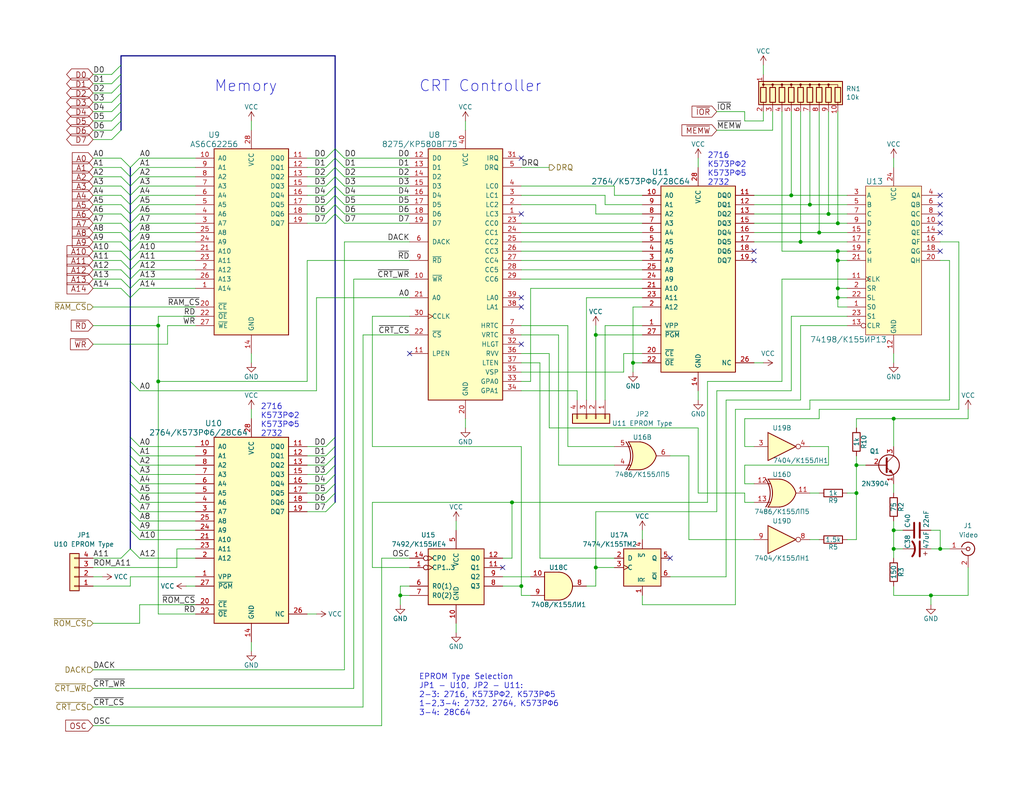
<source format=kicad_sch>
(kicad_sch (version 20211123) (generator eeschema)
  (paper "USLetter")
  (title_block (title "Radio-86RK") (date "2023-12-09") (rev "1.4") (company "Designed by Sergey Kiselev") (comment 1 "Based on the previous work by Alexey Khudyakov and Radio magazine publications") (comment 2 "Licensed under CERN-OHL-S: https://cern-ohl.web.cern.ch") (comment 3 "Documentation and design files: https://github.com/skiselev/radio-86rk") (comment 4 "Radio-86RK is an open source hardware project"))
  (lib_symbols
    (symbol "74xx:74LS04"
      (property "Reference" "U" (at 0 1.27 0))
      (property "Value" "74LS04" (at 0 -1.27 0))
      (symbol "74LS04_1_0"
        (pin input line (at -7.62 0 0) (length 3.81) (name "~") (number "1"))
        (pin output inverted (at 7.62 0 180) (length 3.81) (name "~") (number "2"))
      )
      (symbol "74LS04_2_0"
        (pin input line (at -7.62 0 0) (length 3.81) (name "~") (number "3"))
        (pin output inverted (at 7.62 0 180) (length 3.81) (name "~") (number "4"))
      )
      (symbol "74LS04_3_0"
        (pin input line (at -7.62 0 0) (length 3.81) (name "~") (number "5"))
        (pin output inverted (at 7.62 0 180) (length 3.81) (name "~") (number "6"))
      )
      (symbol "74LS04_4_0"
        (pin output inverted (at 7.62 0 180) (length 3.81) (name "~") (number "8"))
        (pin input line (at -7.62 0 0) (length 3.81) (name "~") (number "9"))
      )
      (symbol "74LS04_5_0"
        (pin output inverted (at 7.62 0 180) (length 3.81) (name "~") (number "10"))
        (pin input line (at -7.62 0 0) (length 3.81) (name "~") (number "11"))
      )
      (symbol "74LS04_6_0"
        (pin output inverted (at 7.62 0 180) (length 3.81) (name "~") (number "12"))
        (pin input line (at -7.62 0 0) (length 3.81) (name "~") (number "13"))
      )
      (symbol "74LS04_7_0"
        (pin power_in line (at 0 12.7 270) (length 5.08) (name "VCC") (number "14"))
        (pin power_in line (at 0 -12.7 90) (length 5.08) (name "GND") (number "7"))
      )
    )
    (symbol "74xx:74LS08" (pin_names (offset 1.016))
      (property "Reference" "U" (at 0 1.27 0))
      (property "Value" "74LS08" (at 0 -1.27 0))
      (symbol "74LS08_1_1"
        (pin input line (at -7.62 2.54 0) (length 3.81) (name "~") (number "1"))
        (pin input line (at -7.62 -2.54 0) (length 3.81) (name "~") (number "2"))
        (pin output line (at 7.62 0 180) (length 3.81) (name "~") (number "3"))
      )
      (symbol "74LS08_1_2"
        (pin input inverted (at -7.62 2.54 0) (length 4.318) (name "~") (number "1"))
        (pin input inverted (at -7.62 -2.54 0) (length 4.318) (name "~") (number "2"))
        (pin output inverted (at 7.62 0 180) (length 3.81) (name "~") (number "3"))
      )
      (symbol "74LS08_2_1"
        (pin input line (at -7.62 2.54 0) (length 3.81) (name "~") (number "4"))
        (pin input line (at -7.62 -2.54 0) (length 3.81) (name "~") (number "5"))
        (pin output line (at 7.62 0 180) (length 3.81) (name "~") (number "6"))
      )
      (symbol "74LS08_2_2"
        (pin input inverted (at -7.62 2.54 0) (length 4.318) (name "~") (number "4"))
        (pin input inverted (at -7.62 -2.54 0) (length 4.318) (name "~") (number "5"))
        (pin output inverted (at 7.62 0 180) (length 3.81) (name "~") (number "6"))
      )
      (symbol "74LS08_3_1"
        (pin input line (at -7.62 -2.54 0) (length 3.81) (name "~") (number "10"))
        (pin output line (at 7.62 0 180) (length 3.81) (name "~") (number "8"))
        (pin input line (at -7.62 2.54 0) (length 3.81) (name "~") (number "9"))
      )
      (symbol "74LS08_3_2"
        (pin input inverted (at -7.62 -2.54 0) (length 4.318) (name "~") (number "10"))
        (pin output inverted (at 7.62 0 180) (length 3.81) (name "~") (number "8"))
        (pin input inverted (at -7.62 2.54 0) (length 4.318) (name "~") (number "9"))
      )
      (symbol "74LS08_4_1"
        (pin output line (at 7.62 0 180) (length 3.81) (name "~") (number "11"))
        (pin input line (at -7.62 2.54 0) (length 3.81) (name "~") (number "12"))
        (pin input line (at -7.62 -2.54 0) (length 3.81) (name "~") (number "13"))
      )
      (symbol "74LS08_4_2"
        (pin output inverted (at 7.62 0 180) (length 3.81) (name "~") (number "11"))
        (pin input inverted (at -7.62 2.54 0) (length 4.318) (name "~") (number "12"))
        (pin input inverted (at -7.62 -2.54 0) (length 4.318) (name "~") (number "13"))
      )
      (symbol "74LS08_5_0"
        (pin power_in line (at 0 12.7 270) (length 5.08) (name "VCC") (number "14"))
        (pin power_in line (at 0 -12.7 90) (length 5.08) (name "GND") (number "7"))
      )
    )
    (symbol "74xx:74LS74" (pin_names (offset 1.016))
      (property "Reference" "U" (at -7.62 8.89 0))
      (property "Value" "74LS74" (at -7.62 -8.89 0))
      (symbol "74LS74_1_0"
        (pin input line (at 0 -7.62 90) (length 2.54) (name "~{R}") (number "1"))
        (pin input line (at -7.62 2.54 0) (length 2.54) (name "D") (number "2"))
        (pin input clock (at -7.62 0 0) (length 2.54) (name "C") (number "3"))
        (pin input line (at 0 7.62 270) (length 2.54) (name "~{S}") (number "4"))
        (pin output line (at 7.62 2.54 180) (length 2.54) (name "Q") (number "5"))
        (pin output line (at 7.62 -2.54 180) (length 2.54) (name "~{Q}") (number "6"))
      )
      (symbol "74LS74_2_0"
        (pin input line (at 0 7.62 270) (length 2.54) (name "~{S}") (number "10"))
        (pin input clock (at -7.62 0 0) (length 2.54) (name "C") (number "11"))
        (pin input line (at -7.62 2.54 0) (length 2.54) (name "D") (number "12"))
        (pin input line (at 0 -7.62 90) (length 2.54) (name "~{R}") (number "13"))
        (pin output line (at 7.62 -2.54 180) (length 2.54) (name "~{Q}") (number "8"))
        (pin output line (at 7.62 2.54 180) (length 2.54) (name "Q") (number "9"))
      )
      (symbol "74LS74_3_0"
        (pin power_in line (at 0 10.16 270) (length 2.54) (name "VCC") (number "14"))
        (pin power_in line (at 0 -10.16 90) (length 2.54) (name "GND") (number "7"))
      )
    )
    (symbol "74xx:74LS86" (pin_names (offset 1.016))
      (property "Reference" "U" (at 0 1.27 0))
      (property "Value" "74LS86" (at 0 -1.27 0))
      (symbol "74LS86_1_0"
        (pin input line (at -7.62 2.54 0) (length 4.445) (name "~") (number "1"))
        (pin input line (at -7.62 -2.54 0) (length 4.445) (name "~") (number "2"))
        (pin output line (at 7.62 0 180) (length 3.81) (name "~") (number "3"))
      )
      (symbol "74LS86_2_0"
        (pin input line (at -7.62 2.54 0) (length 4.445) (name "~") (number "4"))
        (pin input line (at -7.62 -2.54 0) (length 4.445) (name "~") (number "5"))
        (pin output line (at 7.62 0 180) (length 3.81) (name "~") (number "6"))
      )
      (symbol "74LS86_3_0"
        (pin input line (at -7.62 -2.54 0) (length 4.445) (name "~") (number "10"))
        (pin output line (at 7.62 0 180) (length 3.81) (name "~") (number "8"))
        (pin input line (at -7.62 2.54 0) (length 4.445) (name "~") (number "9"))
      )
      (symbol "74LS86_4_0"
        (pin output line (at 7.62 0 180) (length 3.81) (name "~") (number "11"))
        (pin input line (at -7.62 2.54 0) (length 4.445) (name "~") (number "12"))
        (pin input line (at -7.62 -2.54 0) (length 4.445) (name "~") (number "13"))
      )
      (symbol "74LS86_5_0"
        (pin power_in line (at 0 12.7 270) (length 5.08) (name "VCC") (number "14"))
        (pin power_in line (at 0 -12.7 90) (length 5.08) (name "GND") (number "7"))
      )
    )
    (symbol "74xx:74LS92" (pin_names (offset 1.016))
      (property "Reference" "U" (at -7.62 8.89 0))
      (property "Value" "74LS92" (at -7.62 -8.89 0))
      (symbol "74LS92_1_0"
        (pin input inverted_clock (at -12.7 2.54 0) (length 5.08) (name "CP1..3") (number "1"))
        (pin power_in line (at 0 -12.7 90) (length 5.08) (name "GND") (number "10"))
        (pin output line (at 12.7 2.54 180) (length 5.08) (name "Q1") (number "11"))
        (pin output line (at 12.7 5.08 180) (length 5.08) (name "Q0") (number "12"))
        (pin input inverted_clock (at -12.7 5.08 0) (length 5.08) (name "CP0") (number "14"))
        (pin power_in line (at 0 12.7 270) (length 5.08) (name "VCC") (number "5"))
        (pin input line (at -12.7 -2.54 0) (length 5.08) (name "R0(1)") (number "6"))
        (pin input line (at -12.7 -5.08 0) (length 5.08) (name "R0(2)") (number "7"))
        (pin output line (at 12.7 -2.54 180) (length 5.08) (name "Q3") (number "8"))
        (pin output line (at 12.7 0 180) (length 5.08) (name "Q2") (number "9"))
      )
    )
    (symbol "Connector:Conn_Coaxial" (pin_names (offset 1.016) hide)
      (property "Reference" "J" (at 0.254 3.048 0))
      (property "Value" "Conn_Coaxial" (at 2.921 0 90))
      (symbol "Conn_Coaxial_1_1"
        (pin passive line (at -5.08 0 0) (length 2.54) (name "In") (number "1"))
        (pin passive line (at 0 -5.08 90) (length 2.54) (name "Ext") (number "2"))
      )
    )
    (symbol "Connector_Generic:Conn_01x04" (pin_names (offset 1.016) hide)
      (property "Reference" "J" (at 0 5.08 0))
      (property "Value" "Conn_01x04" (at 0 -7.62 0))
      (symbol "Conn_01x04_1_1"
        (pin passive line (at -5.08 2.54 0) (length 3.81) (name "Pin_1") (number "1"))
        (pin passive line (at -5.08 0 0) (length 3.81) (name "Pin_2") (number "2"))
        (pin passive line (at -5.08 -2.54 0) (length 3.81) (name "Pin_3") (number "3"))
        (pin passive line (at -5.08 -5.08 0) (length 3.81) (name "Pin_4") (number "4"))
      )
    )
    (symbol "Device:C" (pin_numbers hide) (pin_names (offset 0.254))
      (property "Reference" "C" (at 0.635 2.54 0))
      (property "Value" "C" (at 0.635 -2.54 0))
      (symbol "C_1_1"
        (pin passive line (at 0 3.81 270) (length 2.794) (name "~") (number "1"))
        (pin passive line (at 0 -3.81 90) (length 2.794) (name "~") (number "2"))
      )
    )
    (symbol "Device:C_Polarized_US" (pin_numbers hide) (pin_names (offset 0.254) hide)
      (property "Reference" "C" (at 0.635 2.54 0))
      (property "Value" "C_Polarized_US" (at 0.635 -2.54 0))
      (symbol "C_Polarized_US_1_1"
        (pin passive line (at 0 3.81 270) (length 2.794) (name "~") (number "1"))
        (pin passive line (at 0 -3.81 90) (length 3.302) (name "~") (number "2"))
      )
    )
    (symbol "Device:Q_NPN_EBC" (pin_names (offset 0) hide)
      (property "Reference" "Q" (at 5.08 1.27 0))
      (property "Value" "Q_NPN_EBC" (at 5.08 -1.27 0))
      (symbol "Q_NPN_EBC_1_1"
        (pin passive line (at 2.54 -5.08 90) (length 2.54) (name "E") (number "1"))
        (pin passive line (at -5.08 0 0) (length 5.715) (name "B") (number "2"))
        (pin passive line (at 2.54 5.08 270) (length 2.54) (name "C") (number "3"))
      )
    )
    (symbol "Device:R" (pin_numbers hide) (pin_names (offset 0))
      (property "Reference" "R" (at 2.032 0 90))
      (property "Value" "R" (at 0 0 90))
      (symbol "R_1_1"
        (pin passive line (at 0 3.81 270) (length 1.27) (name "~") (number "1"))
        (pin passive line (at 0 -3.81 90) (length 1.27) (name "~") (number "2"))
      )
    )
    (symbol "Device:R_Network09" (pin_names (offset 0) hide)
      (property "Reference" "RN" (at -12.7 0 90))
      (property "Value" "R_Network09" (at 12.7 0 90))
      (symbol "R_Network09_1_1"
        (pin passive line (at -10.16 5.08 270) (length 2.54) (name "common") (number "1"))
        (pin passive line (at 10.16 -5.08 90) (length 1.27) (name "R9") (number "10"))
        (pin passive line (at -10.16 -5.08 90) (length 1.27) (name "R1") (number "2"))
        (pin passive line (at -7.62 -5.08 90) (length 1.27) (name "R2") (number "3"))
        (pin passive line (at -5.08 -5.08 90) (length 1.27) (name "R3") (number "4"))
        (pin passive line (at -2.54 -5.08 90) (length 1.27) (name "R4") (number "5"))
        (pin passive line (at 0 -5.08 90) (length 1.27) (name "R5") (number "6"))
        (pin passive line (at 2.54 -5.08 90) (length 1.27) (name "R6") (number "7"))
        (pin passive line (at 5.08 -5.08 90) (length 1.27) (name "R7") (number "8"))
        (pin passive line (at 7.62 -5.08 90) (length 1.27) (name "R8") (number "9"))
      )
    )
    (symbol "my_components:27C64" (pin_names (offset 1.016))
      (property "Reference" "U" (at -10.16 29.21 0))
      (property "Value" "27C64" (at -10.16 26.67 0))
      (symbol "27C64_1_1"
        (pin input line (at -15.24 -12.7 0) (length 5.08) (name "VPP") (number "1"))
        (pin input line (at -15.24 22.86 0) (length 5.08) (name "A0") (number "10"))
        (pin bidirectional line (at 15.24 22.86 180) (length 5.08) (name "DQ0") (number "11"))
        (pin bidirectional line (at 15.24 20.32 180) (length 5.08) (name "DQ1") (number "12"))
        (pin bidirectional line (at 15.24 17.78 180) (length 5.08) (name "DQ2") (number "13"))
        (pin power_in line (at 0 -30.48 90) (length 5.08) (name "GND") (number "14"))
        (pin bidirectional line (at 15.24 15.24 180) (length 5.08) (name "DQ3") (number "15"))
        (pin bidirectional line (at 15.24 12.7 180) (length 5.08) (name "DQ4") (number "16"))
        (pin bidirectional line (at 15.24 10.16 180) (length 5.08) (name "DQ5") (number "17"))
        (pin bidirectional line (at 15.24 7.62 180) (length 5.08) (name "DQ6") (number "18"))
        (pin bidirectional line (at 15.24 5.08 180) (length 5.08) (name "DQ7") (number "19"))
        (pin input line (at -15.24 -7.62 0) (length 5.08) (name "A12") (number "2"))
        (pin input line (at -15.24 -20.32 0) (length 5.08) (name "~{CE}") (number "20"))
        (pin input line (at -15.24 -2.54 0) (length 5.08) (name "A10") (number "21"))
        (pin input line (at -15.24 -22.86 0) (length 5.08) (name "~{OE}") (number "22"))
        (pin input line (at -15.24 -5.08 0) (length 5.08) (name "A11") (number "23"))
        (pin input line (at -15.24 0 0) (length 5.08) (name "A9") (number "24"))
        (pin input line (at -15.24 2.54 0) (length 5.08) (name "A8") (number "25"))
        (pin passive line (at 15.24 -22.86 180) (length 5.04) (name "NC") (number "26"))
        (pin input line (at -15.24 -15.24 0) (length 5.08) (name "~{PGM}") (number "27"))
        (pin power_in line (at 0 30.48 270) (length 5.08) (name "VCC") (number "28"))
        (pin input line (at -15.24 5.08 0) (length 5.08) (name "A7") (number "3"))
        (pin input line (at -15.24 7.62 0) (length 5.08) (name "A6") (number "4"))
        (pin input line (at -15.24 10.16 0) (length 5.08) (name "A5") (number "5"))
        (pin input line (at -15.24 12.7 0) (length 5.08) (name "A4") (number "6"))
        (pin input line (at -15.24 15.24 0) (length 5.08) (name "A3") (number "7"))
        (pin input line (at -15.24 17.78 0) (length 5.08) (name "A2") (number "8"))
        (pin input line (at -15.24 20.32 0) (length 5.08) (name "A1") (number "9"))
      )
    )
    (symbol "my_components:74198" (pin_names (offset 0.254))
      (property "Reference" "U" (at -7.62 24.13 0))
      (property "Value" "74198" (at -7.62 21.59 0))
      (symbol "74198_0_0"
        (pin power_in line (at 0 -25.4 90) (length 5.08) (name "GND") (number "12"))
      )
      (symbol "74198_0_1"
        (pin power_in line (at 0 25.4 270) (length 5.08) (name "VCC") (number "24"))
      )
      (symbol "74198_1_1"
        (pin input line (at -12.7 -12.7 0) (length 5.08) (name "S0") (number "1"))
        (pin output line (at 12.7 10.16 180) (length 5.08) (name "QD") (number "10"))
        (pin input clock (at -12.7 -5.08 0) (length 5.08) (name "CLK") (number "11"))
        (pin input inverted (at -12.7 -17.78 0) (length 5.08) (name "CLR") (number "13"))
        (pin output line (at 12.7 7.62 180) (length 5.08) (name "QE") (number "14"))
        (pin input line (at -12.7 7.62 0) (length 5.08) (name "E") (number "15"))
        (pin output line (at 12.7 5.08 180) (length 5.08) (name "QF") (number "16"))
        (pin input line (at -12.7 5.08 0) (length 5.08) (name "F") (number "17"))
        (pin output line (at 12.7 2.54 180) (length 5.08) (name "QG") (number "18"))
        (pin input line (at -12.7 2.54 0) (length 5.08) (name "G") (number "19"))
        (pin input line (at -12.7 -7.62 0) (length 5.08) (name "SR") (number "2"))
        (pin output line (at 12.7 0 180) (length 5.08) (name "QH") (number "20"))
        (pin input line (at -12.7 0 0) (length 5.08) (name "H") (number "21"))
        (pin input line (at -12.7 -10.16 0) (length 5.08) (name "SL") (number "22"))
        (pin input line (at -12.7 -15.24 0) (length 5.08) (name "S1") (number "23"))
        (pin input line (at -12.7 17.78 0) (length 5.08) (name "A") (number "3"))
        (pin output line (at 12.7 17.78 180) (length 5.08) (name "QA") (number "4"))
        (pin input line (at -12.7 15.24 0) (length 5.08) (name "B") (number "5"))
        (pin output line (at 12.7 15.24 180) (length 5.08) (name "QB") (number "6"))
        (pin input line (at -12.7 12.7 0) (length 5.08) (name "C") (number "7"))
        (pin output line (at 12.7 12.7 180) (length 5.08) (name "QC") (number "8"))
        (pin input line (at -12.7 10.16 0) (length 5.08) (name "D") (number "9"))
      )
    )
    (symbol "my_components:8275" (pin_names (offset 1.016))
      (property "Reference" "U" (at -10.16 35.56 0))
      (property "Value" "8275" (at -10.16 -35.56 0))
      (symbol "8275_1_1"
        (pin output line (at 15.24 16.51 180) (length 5.08) (name "LC3") (number "1"))
        (pin input line (at -15.24 -1.27 0) (length 5.08) (name "~{WR}") (number "10"))
        (pin input line (at -15.24 -21.59 0) (length 5.08) (name "LPEN") (number "11"))
        (pin bidirectional line (at -15.24 31.75 0) (length 5.08) (name "D0") (number "12"))
        (pin bidirectional line (at -15.24 29.21 0) (length 5.08) (name "D1") (number "13"))
        (pin bidirectional line (at -15.24 26.67 0) (length 5.08) (name "D2") (number "14"))
        (pin bidirectional line (at -15.24 24.13 0) (length 5.08) (name "D3") (number "15"))
        (pin bidirectional line (at -15.24 21.59 0) (length 5.08) (name "D4") (number "16"))
        (pin bidirectional line (at -15.24 19.05 0) (length 5.08) (name "D5") (number "17"))
        (pin bidirectional line (at -15.24 16.51 0) (length 5.08) (name "D6") (number "18"))
        (pin bidirectional line (at -15.24 13.97 0) (length 5.08) (name "D7") (number "19"))
        (pin output line (at 15.24 19.05 180) (length 5.08) (name "LC2") (number "2"))
        (pin power_in line (at 0 -39.37 90) (length 5.08) (name "GND") (number "20"))
        (pin input line (at -15.24 -6.35 0) (length 5.08) (name "A0") (number "21"))
        (pin input line (at -15.24 -16.51 0) (length 5.08) (name "~{CS}") (number "22"))
        (pin output line (at 15.24 13.97 180) (length 5.08) (name "CC0") (number "23"))
        (pin output line (at 15.24 11.43 180) (length 5.08) (name "CC1") (number "24"))
        (pin output line (at 15.24 8.89 180) (length 5.08) (name "CC2") (number "25"))
        (pin tri_state line (at 15.24 6.35 180) (length 5.08) (name "CC3") (number "26"))
        (pin output line (at 15.24 3.81 180) (length 5.08) (name "CC4") (number "27"))
        (pin output line (at 15.24 1.27 180) (length 5.08) (name "CC5") (number "28"))
        (pin output line (at 15.24 -1.27 180) (length 5.08) (name "CC6") (number "29"))
        (pin output line (at 15.24 21.59 180) (length 5.08) (name "LC1") (number "3"))
        (pin input clock (at -15.24 -11.43 0) (length 5.08) (name "CCLK") (number "30"))
        (pin output line (at 15.24 31.75 180) (length 5.08) (name "IRQ") (number "31"))
        (pin output line (at 15.24 -19.05 180) (length 5.08) (name "HLGT") (number "32"))
        (pin output line (at 15.24 -29.21 180) (length 5.08) (name "GPA0") (number "33"))
        (pin output line (at 15.24 -31.75 180) (length 5.08) (name "GPA1") (number "34"))
        (pin output line (at 15.24 -26.67 180) (length 5.08) (name "VSP") (number "35"))
        (pin output line (at 15.24 -21.59 180) (length 5.08) (name "RVV") (number "36"))
        (pin output line (at 15.24 -24.13 180) (length 5.08) (name "LTEN") (number "37"))
        (pin output line (at 15.24 -8.89 180) (length 5.08) (name "LA1") (number "38"))
        (pin output line (at 15.24 -6.35 180) (length 5.08) (name "LA0") (number "39"))
        (pin output line (at 15.24 24.13 180) (length 5.08) (name "LC0") (number "4"))
        (pin power_in line (at 0 39.37 270) (length 5.08) (name "VCC") (number "40"))
        (pin output line (at 15.24 29.21 180) (length 5.08) (name "DRQ") (number "5"))
        (pin input line (at -15.24 8.89 0) (length 5.08) (name "DACK") (number "6"))
        (pin output line (at 15.24 -13.97 180) (length 5.08) (name "HRTC") (number "7"))
        (pin output line (at 15.24 -16.51 180) (length 5.08) (name "VRTC") (number "8"))
        (pin input line (at -15.24 3.81 0) (length 5.08) (name "~{RD}") (number "9"))
      )
    )
    (symbol "my_components:AS6C62256" (pin_names (offset 1.016))
      (property "Reference" "U" (at -10.16 26.67 0))
      (property "Value" "AS6C62256" (at -10.16 -26.67 0))
      (symbol "AS6C62256_1_1"
        (pin input line (at -15.24 -12.7 0) (length 5.08) (name "A14") (number "1"))
        (pin input line (at -15.24 22.86 0) (length 5.08) (name "A0") (number "10"))
        (pin bidirectional line (at 15.24 22.86 180) (length 5.08) (name "DQ0") (number "11"))
        (pin bidirectional line (at 15.24 20.32 180) (length 5.08) (name "DQ1") (number "12"))
        (pin bidirectional line (at 15.24 17.78 180) (length 5.08) (name "DQ2") (number "13"))
        (pin power_in line (at 0 -30.48 90) (length 5.08) (name "GND") (number "14"))
        (pin bidirectional line (at 15.24 15.24 180) (length 5.08) (name "DQ3") (number "15"))
        (pin bidirectional line (at 15.24 12.7 180) (length 5.08) (name "DQ4") (number "16"))
        (pin bidirectional line (at 15.24 10.16 180) (length 5.08) (name "DQ5") (number "17"))
        (pin bidirectional line (at 15.24 7.62 180) (length 5.08) (name "DQ6") (number "18"))
        (pin bidirectional line (at 15.24 5.08 180) (length 5.08) (name "DQ7") (number "19"))
        (pin input line (at -15.24 -7.62 0) (length 5.08) (name "A12") (number "2"))
        (pin input line (at -15.24 -17.78 0) (length 5.08) (name "~{CE}") (number "20"))
        (pin input line (at -15.24 -2.54 0) (length 5.08) (name "A10") (number "21"))
        (pin input line (at -15.24 -20.32 0) (length 5.08) (name "~{OE}") (number "22"))
        (pin input line (at -15.24 -5.08 0) (length 5.08) (name "A11") (number "23"))
        (pin input line (at -15.24 0 0) (length 5.08) (name "A9") (number "24"))
        (pin input line (at -15.24 2.54 0) (length 5.08) (name "A8") (number "25"))
        (pin input line (at -15.24 -10.16 0) (length 5.08) (name "A13") (number "26"))
        (pin input line (at -15.24 -22.86 0) (length 5.08) (name "~{WE}") (number "27"))
        (pin power_in line (at 0 30.48 270) (length 5.08) (name "VCC") (number "28"))
        (pin input line (at -15.24 5.08 0) (length 5.08) (name "A7") (number "3"))
        (pin input line (at -15.24 7.62 0) (length 5.08) (name "A6") (number "4"))
        (pin input line (at -15.24 10.16 0) (length 5.08) (name "A5") (number "5"))
        (pin input line (at -15.24 12.7 0) (length 5.08) (name "A4") (number "6"))
        (pin input line (at -15.24 15.24 0) (length 5.08) (name "A3") (number "7"))
        (pin input line (at -15.24 17.78 0) (length 5.08) (name "A2") (number "8"))
        (pin input line (at -15.24 20.32 0) (length 5.08) (name "A1") (number "9"))
      )
    )
    (symbol "power:GND" (power) (pin_names (offset 0))
      (property "Value" "GND" (at 0 -3.81 0))
      (symbol "GND_1_1"
        (pin power_in line (at 0 0 270) (length 0) hide (name "GND") (number "1"))
      )
    )
    (symbol "power:VCC" (power) (pin_names (offset 0))
      (property "Value" "VCC" (at 0 3.81 0))
      (symbol "VCC_1_1"
        (pin power_in line (at 0 0 90) (length 0) hide (name "VCC") (number "1"))
      )
    )
  )
  (junction (at 215.9 53.34))
  (junction (at 162.56 154.94))
  (junction (at 109.22 162.56))
  (junction (at 218.44 66.04))
  (junction (at 233.68 127))
  (junction (at 228.6 71.12))
  (junction (at 228.6 81.28))
  (junction (at 162.56 91.44))
  (junction (at 243.84 114.3))
  (junction (at 243.84 144.78))
  (junction (at 228.6 60.96))
  (junction (at 228.6 78.74))
  (junction (at 223.52 63.5))
  (junction (at 142.24 160.02))
  (junction (at 226.06 58.42))
  (junction (at 233.68 134.62))
  (junction (at 43.18 104.14))
  (junction (at 172.72 99.06))
  (junction (at 43.18 88.9))
  (junction (at 243.84 149.86))
  (junction (at 139.7 137.16))
  (junction (at 256.54 149.86))
  (junction (at 254 162.56))
  (junction (at 220.98 55.88))
  (junction (at 228.6 68.58))
  (no_connect (at 256.54 63.5))
  (no_connect (at 142.24 93.98))
  (no_connect (at 256.54 68.58))
  (no_connect (at 137.16 154.94))
  (no_connect (at 142.24 81.28))
  (no_connect (at 256.54 58.42))
  (no_connect (at 142.24 58.42))
  (no_connect (at 256.54 60.96))
  (no_connect (at 111.76 96.52))
  (no_connect (at 142.24 43.18))
  (no_connect (at 256.54 53.34))
  (no_connect (at 256.54 55.88))
  (no_connect (at 205.74 68.58))
  (no_connect (at 142.24 83.82))
  (no_connect (at 205.74 71.12))
  (no_connect (at 182.88 152.4))
  (bus_entry (at 38.1 132.08) (size -2.54 -2.54))
  (bus_entry (at 38.1 152.4) (size -2.54 -2.54))
  (bus_entry (at 38.1 48.26) (size -2.54 2.54))
  (bus_entry (at 38.1 50.8) (size -2.54 2.54))
  (bus_entry (at 38.1 71.12) (size -2.54 2.54))
  (bus_entry (at 38.1 45.72) (size -2.54 2.54))
  (bus_entry (at 33.02 43.18) (size 2.54 2.54))
  (bus_entry (at 38.1 58.42) (size -2.54 2.54))
  (bus_entry (at 33.02 58.42) (size 2.54 2.54))
  (bus_entry (at 38.1 76.2) (size -2.54 2.54))
  (bus_entry (at 38.1 124.46) (size -2.54 -2.54))
  (bus_entry (at 35.56 149.86) (size -2.54 2.54))
  (bus_entry (at 88.9 58.42) (size 2.54 -2.54))
  (bus_entry (at 33.02 60.96) (size 2.54 2.54))
  (bus_entry (at 38.1 129.54) (size -2.54 -2.54))
  (bus_entry (at 88.9 132.08) (size 2.54 -2.54))
  (bus_entry (at 38.1 137.16) (size -2.54 -2.54))
  (bus_entry (at 38.1 147.32) (size -2.54 -2.54))
  (bus_entry (at 88.9 50.8) (size 2.54 -2.54))
  (bus_entry (at 93.98 48.26) (size -2.54 -2.54))
  (bus_entry (at 38.1 134.62) (size -2.54 -2.54))
  (bus_entry (at 38.1 60.96) (size -2.54 2.54))
  (bus_entry (at 33.02 73.66) (size 2.54 2.54))
  (bus_entry (at 38.1 53.34) (size -2.54 2.54))
  (bus_entry (at 93.98 58.42) (size -2.54 -2.54))
  (bus_entry (at 88.9 45.72) (size 2.54 -2.54))
  (bus_entry (at 33.02 78.74) (size 2.54 2.54))
  (bus_entry (at 38.1 68.58) (size -2.54 2.54))
  (bus_entry (at 33.02 55.88) (size 2.54 2.54))
  (bus_entry (at 88.9 129.54) (size 2.54 -2.54))
  (bus_entry (at 88.9 127) (size 2.54 -2.54))
  (bus_entry (at 33.02 66.04) (size 2.54 2.54))
  (bus_entry (at 88.9 139.7) (size 2.54 -2.54))
  (bus_entry (at 93.98 43.18) (size -2.54 -2.54))
  (bus_entry (at 33.02 48.26) (size 2.54 2.54))
  (bus_entry (at 30.48 33.02) (size 2.54 -2.54))
  (bus_entry (at 88.9 43.18) (size 2.54 -2.54))
  (bus_entry (at 30.48 38.1) (size 2.54 -2.54))
  (bus_entry (at 88.9 134.62) (size 2.54 -2.54))
  (bus_entry (at 38.1 121.92) (size -2.54 -2.54))
  (bus_entry (at 38.1 43.18) (size -2.54 2.54))
  (bus_entry (at 30.48 27.94) (size 2.54 -2.54))
  (bus_entry (at 38.1 139.7) (size -2.54 -2.54))
  (bus_entry (at 33.02 63.5) (size 2.54 2.54))
  (bus_entry (at 30.48 25.4) (size 2.54 -2.54))
  (bus_entry (at 38.1 144.78) (size -2.54 -2.54))
  (bus_entry (at 38.1 142.24) (size -2.54 -2.54))
  (bus_entry (at 93.98 60.96) (size -2.54 -2.54))
  (bus_entry (at 38.1 63.5) (size -2.54 2.54))
  (bus_entry (at 93.98 53.34) (size -2.54 -2.54))
  (bus_entry (at 33.02 53.34) (size 2.54 2.54))
  (bus_entry (at 38.1 55.88) (size -2.54 2.54))
  (bus_entry (at 38.1 66.04) (size -2.54 2.54))
  (bus_entry (at 33.02 45.72) (size 2.54 2.54))
  (bus_entry (at 30.48 20.32) (size 2.54 -2.54))
  (bus_entry (at 93.98 50.8) (size -2.54 -2.54))
  (bus_entry (at 38.1 127) (size -2.54 -2.54))
  (bus_entry (at 38.1 78.74) (size -2.54 2.54))
  (bus_entry (at 30.48 22.86) (size 2.54 -2.54))
  (bus_entry (at 33.02 76.2) (size 2.54 2.54))
  (bus_entry (at 88.9 53.34) (size 2.54 -2.54))
  (bus_entry (at 33.02 71.12) (size 2.54 2.54))
  (bus_entry (at 33.02 68.58) (size 2.54 2.54))
  (bus_entry (at 93.98 55.88) (size -2.54 -2.54))
  (bus_entry (at 88.9 55.88) (size 2.54 -2.54))
  (bus_entry (at 93.98 45.72) (size -2.54 -2.54))
  (bus_entry (at 30.48 30.48) (size 2.54 -2.54))
  (bus_entry (at 30.48 35.56) (size 2.54 -2.54))
  (bus_entry (at 88.9 121.92) (size 2.54 -2.54))
  (bus_entry (at 88.9 124.46) (size 2.54 -2.54))
  (bus_entry (at 35.56 104.14) (size 2.54 2.54))
  (bus_entry (at 38.1 73.66) (size -2.54 2.54))
  (bus_entry (at 33.02 50.8) (size 2.54 2.54))
  (bus_entry (at 88.9 60.96) (size 2.54 -2.54))
  (bus_entry (at 88.9 48.26) (size 2.54 -2.54))
  (bus_entry (at 88.9 137.16) (size 2.54 -2.54))
  (wire (pts (xy 111.76 55.88) (xy 93.98 55.88)))
  (wire (pts (xy 33.02 66.04) (xy 25.4 66.04)))
  (wire (pts (xy 25.4 93.98) (xy 45.72 93.98)))
  (wire (pts (xy 203.2 137.16) (xy 205.74 137.16)))
  (bus (pts (xy 35.56 119.38) (xy 35.56 121.92)))
  (wire (pts (xy 259.08 71.12) (xy 259.08 109.22)))
  (wire (pts (xy 127 33.02) (xy 127 35.56)))
  (bus (pts (xy 35.56 121.92) (xy 35.56 124.46)))
  (wire (pts (xy 35.56 157.48) (xy 35.56 160.02)))
  (wire (pts (xy 124.46 170.18) (xy 124.46 172.72)))
  (wire (pts (xy 243.84 132.08) (xy 243.84 134.62)))
  (bus (pts (xy 33.02 15.24) (xy 91.44 15.24)))
  (wire (pts (xy 33.02 68.58) (xy 25.4 68.58)))
  (bus (pts (xy 35.56 58.42) (xy 35.56 60.96)))
  (wire (pts (xy 226.06 30.48) (xy 226.06 58.42)))
  (wire (pts (xy 101.6 137.16) (xy 139.7 137.16)))
  (bus (pts (xy 91.44 121.92) (xy 91.44 124.46)))
  (wire (pts (xy 228.6 71.12) (xy 228.6 78.74)))
  (wire (pts (xy 25.4 152.4) (xy 33.02 152.4)))
  (wire (pts (xy 203.2 121.92) (xy 205.74 121.92)))
  (wire (pts (xy 109.22 160.02) (xy 109.22 162.56)))
  (wire (pts (xy 33.02 53.34) (xy 25.4 53.34)))
  (wire (pts (xy 190.5 116.84) (xy 190.5 134.62)))
  (wire (pts (xy 195.58 35.56) (xy 210.82 35.56)))
  (wire (pts (xy 99.06 91.44) (xy 111.76 91.44)))
  (wire (pts (xy 53.34 43.18) (xy 38.1 43.18)))
  (wire (pts (xy 165.1 55.88) (xy 175.26 55.88)))
  (wire (pts (xy 25.4 27.94) (xy 30.48 27.94)))
  (wire (pts (xy 35.56 160.02) (xy 25.4 160.02)))
  (wire (pts (xy 142.24 66.04) (xy 175.26 66.04)))
  (bus (pts (xy 91.44 124.46) (xy 91.44 127)))
  (wire (pts (xy 203.2 33.02) (xy 208.28 33.02)))
  (wire (pts (xy 220.98 55.88) (xy 231.14 55.88)))
  (wire (pts (xy 53.34 88.9) (xy 45.72 88.9)))
  (wire (pts (xy 154.94 121.92) (xy 154.94 88.9)))
  (bus (pts (xy 35.56 71.12) (xy 35.56 73.66)))
  (wire (pts (xy 243.84 149.86) (xy 243.84 152.4)))
  (wire (pts (xy 228.6 78.74) (xy 228.6 81.28)))
  (wire (pts (xy 243.84 144.78) (xy 243.84 149.86)))
  (wire (pts (xy 223.52 134.62) (xy 220.98 134.62)))
  (wire (pts (xy 68.58 111.76) (xy 68.58 114.3)))
  (bus (pts (xy 35.56 76.2) (xy 35.56 78.74)))
  (wire (pts (xy 175.26 162.56) (xy 175.26 165.1)))
  (wire (pts (xy 193.04 104.14) (xy 213.36 104.14)))
  (bus (pts (xy 91.44 45.72) (xy 91.44 48.26)))
  (wire (pts (xy 25.4 193.04) (xy 99.06 193.04)))
  (wire (pts (xy 96.52 76.2) (xy 111.76 76.2)))
  (wire (pts (xy 83.82 134.62) (xy 88.9 134.62)))
  (wire (pts (xy 162.56 58.42) (xy 175.26 58.42)))
  (bus (pts (xy 35.56 129.54) (xy 35.56 132.08)))
  (wire (pts (xy 243.84 160.02) (xy 243.84 162.56)))
  (wire (pts (xy 215.9 53.34) (xy 231.14 53.34)))
  (wire (pts (xy 233.68 147.32) (xy 231.14 147.32)))
  (wire (pts (xy 142.24 71.12) (xy 175.26 71.12)))
  (wire (pts (xy 165.1 53.34) (xy 165.1 55.88)))
  (wire (pts (xy 33.02 55.88) (xy 25.4 55.88)))
  (wire (pts (xy 124.46 142.24) (xy 124.46 144.78)))
  (wire (pts (xy 203.2 114.3) (xy 203.2 121.92)))
  (wire (pts (xy 198.12 109.22) (xy 198.12 157.48)))
  (wire (pts (xy 233.68 127) (xy 233.68 124.46)))
  (wire (pts (xy 33.02 76.2) (xy 25.4 76.2)))
  (wire (pts (xy 68.58 96.52) (xy 68.58 99.06)))
  (wire (pts (xy 53.34 167.64) (xy 43.18 167.64)))
  (wire (pts (xy 233.68 127) (xy 236.22 127)))
  (wire (pts (xy 213.36 68.58) (xy 213.36 30.48)))
  (wire (pts (xy 53.34 134.62) (xy 38.1 134.62)))
  (bus (pts (xy 91.44 50.8) (xy 91.44 53.34)))
  (wire (pts (xy 83.82 139.7) (xy 88.9 139.7)))
  (wire (pts (xy 205.74 63.5) (xy 223.52 63.5)))
  (wire (pts (xy 101.6 154.94) (xy 111.76 154.94)))
  (wire (pts (xy 144.78 78.74) (xy 144.78 104.14)))
  (wire (pts (xy 160.02 81.28) (xy 160.02 109.22)))
  (wire (pts (xy 53.34 60.96) (xy 38.1 60.96)))
  (wire (pts (xy 83.82 137.16) (xy 88.9 137.16)))
  (wire (pts (xy 162.56 91.44) (xy 162.56 109.22)))
  (wire (pts (xy 215.9 30.48) (xy 215.9 53.34)))
  (wire (pts (xy 228.6 60.96) (xy 231.14 60.96)))
  (wire (pts (xy 210.82 30.48) (xy 210.82 35.56)))
  (wire (pts (xy 228.6 68.58) (xy 231.14 68.58)))
  (wire (pts (xy 86.36 106.68) (xy 38.1 106.68)))
  (wire (pts (xy 111.76 45.72) (xy 93.98 45.72)))
  (wire (pts (xy 243.84 142.24) (xy 243.84 144.78)))
  (wire (pts (xy 83.82 129.54) (xy 88.9 129.54)))
  (wire (pts (xy 264.16 114.3) (xy 243.84 114.3)))
  (wire (pts (xy 256.54 71.12) (xy 259.08 71.12)))
  (bus (pts (xy 35.56 63.5) (xy 35.56 66.04)))
  (bus (pts (xy 91.44 134.62) (xy 91.44 137.16)))
  (bus (pts (xy 35.56 104.14) (xy 35.56 119.38)))
  (wire (pts (xy 142.24 68.58) (xy 175.26 68.58)))
  (wire (pts (xy 193.04 137.16) (xy 193.04 104.14)))
  (wire (pts (xy 243.84 149.86) (xy 246.38 149.86)))
  (wire (pts (xy 33.02 45.72) (xy 25.4 45.72)))
  (wire (pts (xy 137.16 152.4) (xy 139.7 152.4)))
  (bus (pts (xy 91.44 53.34) (xy 91.44 55.88)))
  (wire (pts (xy 104.14 152.4) (xy 111.76 152.4)))
  (wire (pts (xy 190.5 116.84) (xy 149.86 116.84)))
  (wire (pts (xy 33.02 48.26) (xy 25.4 48.26)))
  (wire (pts (xy 149.86 96.52) (xy 142.24 96.52)))
  (wire (pts (xy 111.76 53.34) (xy 93.98 53.34)))
  (wire (pts (xy 213.36 76.2) (xy 231.14 76.2)))
  (wire (pts (xy 111.76 71.12) (xy 83.82 71.12)))
  (wire (pts (xy 101.6 86.36) (xy 101.6 121.92)))
  (wire (pts (xy 149.86 116.84) (xy 149.86 96.52)))
  (bus (pts (xy 91.44 58.42) (xy 91.44 119.38)))
  (wire (pts (xy 43.18 88.9) (xy 25.4 88.9)))
  (wire (pts (xy 205.74 58.42) (xy 226.06 58.42)))
  (wire (pts (xy 246.38 144.78) (xy 243.84 144.78)))
  (wire (pts (xy 137.16 157.48) (xy 144.78 157.48)))
  (wire (pts (xy 53.34 55.88) (xy 38.1 55.88)))
  (wire (pts (xy 142.24 63.5) (xy 175.26 63.5)))
  (wire (pts (xy 256.54 149.86) (xy 259.08 149.86)))
  (wire (pts (xy 53.34 63.5) (xy 38.1 63.5)))
  (bus (pts (xy 35.56 68.58) (xy 35.56 71.12)))
  (wire (pts (xy 203.2 114.3) (xy 223.52 114.3)))
  (wire (pts (xy 220.98 147.32) (xy 223.52 147.32)))
  (bus (pts (xy 35.56 53.34) (xy 35.56 55.88)))
  (wire (pts (xy 205.74 53.34) (xy 215.9 53.34)))
  (wire (pts (xy 142.24 106.68) (xy 157.48 106.68)))
  (bus (pts (xy 91.44 43.18) (xy 91.44 45.72)))
  (wire (pts (xy 142.24 162.56) (xy 144.78 162.56)))
  (wire (pts (xy 223.52 30.48) (xy 223.52 63.5)))
  (bus (pts (xy 33.02 17.78) (xy 33.02 20.32)))
  (wire (pts (xy 53.34 48.26) (xy 38.1 48.26)))
  (wire (pts (xy 25.4 38.1) (xy 30.48 38.1)))
  (bus (pts (xy 91.44 132.08) (xy 91.44 134.62)))
  (wire (pts (xy 142.24 91.44) (xy 152.4 91.44)))
  (wire (pts (xy 33.02 50.8) (xy 25.4 50.8)))
  (bus (pts (xy 91.44 119.38) (xy 91.44 121.92)))
  (wire (pts (xy 83.82 53.34) (xy 88.9 53.34)))
  (wire (pts (xy 256.54 144.78) (xy 256.54 149.86)))
  (wire (pts (xy 228.6 68.58) (xy 228.6 71.12)))
  (wire (pts (xy 68.58 175.26) (xy 68.58 177.8)))
  (wire (pts (xy 53.34 45.72) (xy 38.1 45.72)))
  (wire (pts (xy 205.74 55.88) (xy 220.98 55.88)))
  (wire (pts (xy 170.18 96.52) (xy 170.18 101.6)))
  (wire (pts (xy 53.34 50.8) (xy 38.1 50.8)))
  (wire (pts (xy 139.7 152.4) (xy 139.7 137.16)))
  (bus (pts (xy 35.56 139.7) (xy 35.56 142.24)))
  (wire (pts (xy 50.8 160.02) (xy 53.34 160.02)))
  (wire (pts (xy 162.56 91.44) (xy 175.26 91.44)))
  (wire (pts (xy 53.34 144.78) (xy 38.1 144.78)))
  (wire (pts (xy 53.34 149.86) (xy 48.26 149.86)))
  (wire (pts (xy 33.02 71.12) (xy 25.4 71.12)))
  (wire (pts (xy 127 114.3) (xy 127 116.84)))
  (bus (pts (xy 35.56 132.08) (xy 35.56 134.62)))
  (wire (pts (xy 162.56 154.94) (xy 162.56 160.02)))
  (wire (pts (xy 142.24 76.2) (xy 175.26 76.2)))
  (wire (pts (xy 264.16 162.56) (xy 264.16 154.94)))
  (wire (pts (xy 25.4 157.48) (xy 27.94 157.48)))
  (bus (pts (xy 91.44 48.26) (xy 91.44 50.8)))
  (wire (pts (xy 175.26 78.74) (xy 144.78 78.74)))
  (wire (pts (xy 172.72 83.82) (xy 172.72 99.06)))
  (wire (pts (xy 93.98 182.88) (xy 93.98 66.04)))
  (wire (pts (xy 215.9 86.36) (xy 215.9 106.68)))
  (wire (pts (xy 228.6 81.28) (xy 231.14 81.28)))
  (wire (pts (xy 165.1 88.9) (xy 165.1 109.22)))
  (wire (pts (xy 83.82 104.14) (xy 83.82 71.12)))
  (wire (pts (xy 167.64 50.8) (xy 167.64 53.34)))
  (wire (pts (xy 33.02 78.74) (xy 25.4 78.74)))
  (wire (pts (xy 233.68 114.3) (xy 243.84 114.3)))
  (wire (pts (xy 53.34 73.66) (xy 38.1 73.66)))
  (wire (pts (xy 137.16 160.02) (xy 142.24 160.02)))
  (wire (pts (xy 35.56 157.48) (xy 53.34 157.48)))
  (wire (pts (xy 25.4 187.96) (xy 96.52 187.96)))
  (wire (pts (xy 33.02 60.96) (xy 25.4 60.96)))
  (wire (pts (xy 83.82 43.18) (xy 88.9 43.18)))
  (wire (pts (xy 175.26 144.78) (xy 175.26 147.32)))
  (wire (pts (xy 195.58 139.7) (xy 195.58 106.68)))
  (wire (pts (xy 83.82 60.96) (xy 88.9 60.96)))
  (bus (pts (xy 35.56 50.8) (xy 35.56 53.34)))
  (wire (pts (xy 200.66 111.76) (xy 200.66 165.1)))
  (wire (pts (xy 83.82 132.08) (xy 88.9 132.08)))
  (wire (pts (xy 195.58 30.48) (xy 203.2 30.48)))
  (wire (pts (xy 101.6 137.16) (xy 101.6 154.94)))
  (bus (pts (xy 35.56 45.72) (xy 35.56 48.26)))
  (wire (pts (xy 111.76 60.96) (xy 93.98 60.96)))
  (wire (pts (xy 147.32 99.06) (xy 142.24 99.06)))
  (wire (pts (xy 142.24 60.96) (xy 175.26 60.96)))
  (bus (pts (xy 35.56 134.62) (xy 35.56 137.16)))
  (bus (pts (xy 35.56 55.88) (xy 35.56 58.42)))
  (wire (pts (xy 218.44 30.48) (xy 218.44 66.04)))
  (wire (pts (xy 167.64 121.92) (xy 154.94 121.92)))
  (wire (pts (xy 187.96 147.32) (xy 205.74 147.32)))
  (wire (pts (xy 208.28 17.78) (xy 208.28 20.32)))
  (bus (pts (xy 33.02 27.94) (xy 33.02 30.48)))
  (wire (pts (xy 223.52 63.5) (xy 231.14 63.5)))
  (wire (pts (xy 226.06 121.92) (xy 220.98 121.92)))
  (wire (pts (xy 220.98 111.76) (xy 220.98 109.22)))
  (wire (pts (xy 25.4 154.94) (xy 48.26 154.94)))
  (wire (pts (xy 83.82 121.92) (xy 88.9 121.92)))
  (wire (pts (xy 231.14 86.36) (xy 215.9 86.36)))
  (wire (pts (xy 25.4 198.12) (xy 104.14 198.12)))
  (wire (pts (xy 111.76 50.8) (xy 93.98 50.8)))
  (wire (pts (xy 142.24 121.92) (xy 101.6 121.92)))
  (bus (pts (xy 33.02 15.24) (xy 33.02 17.78)))
  (wire (pts (xy 83.82 58.42) (xy 88.9 58.42)))
  (wire (pts (xy 43.18 88.9) (xy 43.18 104.14)))
  (wire (pts (xy 25.4 20.32) (xy 30.48 20.32)))
  (wire (pts (xy 43.18 104.14) (xy 83.82 104.14)))
  (bus (pts (xy 35.56 73.66) (xy 35.56 76.2)))
  (wire (pts (xy 53.34 53.34) (xy 38.1 53.34)))
  (wire (pts (xy 223.52 111.76) (xy 261.62 111.76)))
  (wire (pts (xy 38.1 152.4) (xy 53.34 152.4)))
  (wire (pts (xy 190.5 43.18) (xy 190.5 45.72)))
  (wire (pts (xy 53.34 147.32) (xy 38.1 147.32)))
  (wire (pts (xy 220.98 30.48) (xy 220.98 55.88)))
  (bus (pts (xy 91.44 127) (xy 91.44 129.54)))
  (wire (pts (xy 53.34 124.46) (xy 38.1 124.46)))
  (wire (pts (xy 261.62 66.04) (xy 261.62 111.76)))
  (wire (pts (xy 96.52 187.96) (xy 96.52 76.2)))
  (wire (pts (xy 226.06 58.42) (xy 231.14 58.42)))
  (wire (pts (xy 142.24 160.02) (xy 142.24 121.92)))
  (wire (pts (xy 195.58 106.68) (xy 215.9 106.68)))
  (wire (pts (xy 205.74 99.06) (xy 208.28 99.06)))
  (bus (pts (xy 33.02 22.86) (xy 33.02 25.4)))
  (bus (pts (xy 35.56 60.96) (xy 35.56 63.5)))
  (wire (pts (xy 203.2 134.62) (xy 203.2 137.16)))
  (wire (pts (xy 233.68 127) (xy 233.68 134.62)))
  (bus (pts (xy 91.44 55.88) (xy 91.44 58.42)))
  (wire (pts (xy 33.02 73.66) (xy 25.4 73.66)))
  (wire (pts (xy 86.36 167.64) (xy 83.82 167.64)))
  (wire (pts (xy 254 162.56) (xy 254 165.1)))
  (wire (pts (xy 243.84 162.56) (xy 254 162.56)))
  (wire (pts (xy 243.84 114.3) (xy 243.84 121.92)))
  (wire (pts (xy 33.02 63.5) (xy 25.4 63.5)))
  (wire (pts (xy 218.44 109.22) (xy 218.44 88.9)))
  (wire (pts (xy 142.24 53.34) (xy 165.1 53.34)))
  (wire (pts (xy 83.82 127) (xy 88.9 127)))
  (bus (pts (xy 91.44 40.64) (xy 91.44 43.18)))
  (wire (pts (xy 200.66 111.76) (xy 220.98 111.76)))
  (wire (pts (xy 172.72 99.06) (xy 172.72 101.6)))
  (wire (pts (xy 25.4 30.48) (xy 30.48 30.48)))
  (wire (pts (xy 264.16 162.56) (xy 254 162.56)))
  (wire (pts (xy 53.34 142.24) (xy 38.1 142.24)))
  (wire (pts (xy 53.34 132.08) (xy 38.1 132.08)))
  (bus (pts (xy 35.56 78.74) (xy 35.56 81.28)))
  (wire (pts (xy 154.94 88.9) (xy 142.24 88.9)))
  (wire (pts (xy 111.76 58.42) (xy 93.98 58.42)))
  (wire (pts (xy 213.36 104.14) (xy 213.36 76.2)))
  (wire (pts (xy 218.44 88.9) (xy 231.14 88.9)))
  (wire (pts (xy 43.18 86.36) (xy 43.18 88.9)))
  (wire (pts (xy 228.6 78.74) (xy 231.14 78.74)))
  (wire (pts (xy 233.68 134.62) (xy 233.68 147.32)))
  (wire (pts (xy 226.06 127) (xy 226.06 121.92)))
  (wire (pts (xy 53.34 127) (xy 38.1 127)))
  (wire (pts (xy 254 149.86) (xy 256.54 149.86)))
  (wire (pts (xy 162.56 55.88) (xy 162.56 58.42)))
  (wire (pts (xy 83.82 45.72) (xy 88.9 45.72)))
  (wire (pts (xy 142.24 45.72) (xy 149.86 45.72)))
  (wire (pts (xy 220.98 109.22) (xy 259.08 109.22)))
  (wire (pts (xy 157.48 106.68) (xy 157.48 109.22)))
  (wire (pts (xy 160.02 81.28) (xy 175.26 81.28)))
  (wire (pts (xy 53.34 71.12) (xy 38.1 71.12)))
  (wire (pts (xy 43.18 104.14) (xy 43.18 167.64)))
  (wire (pts (xy 86.36 81.28) (xy 86.36 106.68)))
  (bus (pts (xy 91.44 15.24) (xy 91.44 40.64)))
  (wire (pts (xy 264.16 114.3) (xy 264.16 111.76)))
  (wire (pts (xy 53.34 68.58) (xy 38.1 68.58)))
  (bus (pts (xy 33.02 33.02) (xy 33.02 35.56)))
  (wire (pts (xy 139.7 137.16) (xy 193.04 137.16)))
  (wire (pts (xy 208.28 30.48) (xy 208.28 33.02)))
  (wire (pts (xy 142.24 50.8) (xy 167.64 50.8)))
  (wire (pts (xy 182.88 124.46) (xy 187.96 124.46)))
  (wire (pts (xy 38.1 165.1) (xy 38.1 170.18)))
  (wire (pts (xy 198.12 109.22) (xy 218.44 109.22)))
  (wire (pts (xy 33.02 58.42) (xy 25.4 58.42)))
  (wire (pts (xy 25.4 22.86) (xy 30.48 22.86)))
  (wire (pts (xy 195.58 139.7) (xy 162.56 139.7)))
  (wire (pts (xy 53.34 139.7) (xy 38.1 139.7)))
  (wire (pts (xy 83.82 55.88) (xy 88.9 55.88)))
  (wire (pts (xy 200.66 165.1) (xy 175.26 165.1)))
  (wire (pts (xy 175.26 99.06) (xy 172.72 99.06)))
  (wire (pts (xy 205.74 60.96) (xy 228.6 60.96)))
  (bus (pts (xy 35.56 81.28) (xy 35.56 104.14)))
  (wire (pts (xy 182.88 157.48) (xy 198.12 157.48)))
  (wire (pts (xy 228.6 71.12) (xy 231.14 71.12)))
  (wire (pts (xy 218.44 66.04) (xy 231.14 66.04)))
  (bus (pts (xy 33.02 25.4) (xy 33.02 27.94)))
  (wire (pts (xy 83.82 124.46) (xy 88.9 124.46)))
  (bus (pts (xy 35.56 124.46) (xy 35.56 127)))
  (wire (pts (xy 111.76 162.56) (xy 109.22 162.56)))
  (wire (pts (xy 162.56 139.7) (xy 162.56 154.94)))
  (wire (pts (xy 203.2 127) (xy 226.06 127)))
  (bus (pts (xy 33.02 20.32) (xy 33.02 22.86)))
  (wire (pts (xy 111.76 48.26) (xy 93.98 48.26)))
  (wire (pts (xy 142.24 55.88) (xy 162.56 55.88)))
  (wire (pts (xy 86.36 81.28) (xy 111.76 81.28)))
  (wire (pts (xy 203.2 132.08) (xy 203.2 127)))
  (wire (pts (xy 25.4 35.56) (xy 30.48 35.56)))
  (wire (pts (xy 93.98 66.04) (xy 111.76 66.04)))
  (wire (pts (xy 142.24 101.6) (xy 170.18 101.6)))
  (wire (pts (xy 25.4 170.18) (xy 38.1 170.18)))
  (bus (pts (xy 35.56 48.26) (xy 35.56 50.8)))
  (wire (pts (xy 167.64 152.4) (xy 147.32 152.4)))
  (wire (pts (xy 111.76 43.18) (xy 93.98 43.18)))
  (wire (pts (xy 228.6 81.28) (xy 228.6 83.82)))
  (wire (pts (xy 25.4 182.88) (xy 93.98 182.88)))
  (wire (pts (xy 53.34 121.92) (xy 38.1 121.92)))
  (wire (pts (xy 170.18 96.52) (xy 175.26 96.52)))
  (wire (pts (xy 111.76 160.02) (xy 109.22 160.02)))
  (wire (pts (xy 25.4 25.4) (xy 30.48 25.4)))
  (wire (pts (xy 203.2 30.48) (xy 203.2 33.02)))
  (bus (pts (xy 33.02 30.48) (xy 33.02 33.02)))
  (bus (pts (xy 35.56 144.78) (xy 35.56 149.86)))
  (wire (pts (xy 83.82 50.8) (xy 88.9 50.8)))
  (wire (pts (xy 53.34 129.54) (xy 38.1 129.54)))
  (wire (pts (xy 190.5 134.62) (xy 203.2 134.62)))
  (wire (pts (xy 187.96 124.46) (xy 187.96 147.32)))
  (wire (pts (xy 231.14 134.62) (xy 233.68 134.62)))
  (wire (pts (xy 228.6 30.48) (xy 228.6 60.96)))
  (wire (pts (xy 33.02 43.18) (xy 25.4 43.18)))
  (wire (pts (xy 104.14 198.12) (xy 104.14 152.4)))
  (wire (pts (xy 83.82 48.26) (xy 88.9 48.26)))
  (wire (pts (xy 167.64 127) (xy 152.4 127)))
  (wire (pts (xy 152.4 127) (xy 152.4 91.44)))
  (wire (pts (xy 144.78 104.14) (xy 142.24 104.14)))
  (wire (pts (xy 213.36 68.58) (xy 228.6 68.58)))
  (wire (pts (xy 162.56 154.94) (xy 167.64 154.94)))
  (wire (pts (xy 99.06 193.04) (xy 99.06 91.44)))
  (wire (pts (xy 233.68 114.3) (xy 233.68 116.84)))
  (wire (pts (xy 53.34 76.2) (xy 38.1 76.2)))
  (wire (pts (xy 53.34 66.04) (xy 38.1 66.04)))
  (wire (pts (xy 190.5 106.68) (xy 190.5 109.22)))
  (wire (pts (xy 167.64 53.34) (xy 175.26 53.34)))
  (wire (pts (xy 256.54 66.04) (xy 261.62 66.04)))
  (bus (pts (xy 35.56 66.04) (xy 35.56 68.58)))
  (wire (pts (xy 243.84 43.18) (xy 243.84 45.72)))
  (bus (pts (xy 35.56 127) (xy 35.56 129.54)))
  (wire (pts (xy 228.6 83.82) (xy 231.14 83.82)))
  (wire (pts (xy 68.58 33.02) (xy 68.58 35.56)))
  (wire (pts (xy 205.74 132.08) (xy 203.2 132.08)))
  (wire (pts (xy 223.52 114.3) (xy 223.52 111.76)))
  (wire (pts (xy 53.34 78.74) (xy 38.1 78.74)))
  (bus (pts (xy 91.44 129.54) (xy 91.44 132.08)))
  (wire (pts (xy 175.26 83.82) (xy 172.72 83.82)))
  (wire (pts (xy 142.24 162.56) (xy 142.24 160.02)))
  (wire (pts (xy 147.32 152.4) (xy 147.32 99.06)))
  (wire (pts (xy 165.1 88.9) (xy 175.26 88.9)))
  (wire (pts (xy 53.34 58.42) (xy 38.1 58.42)))
  (wire (pts (xy 48.26 149.86) (xy 48.26 154.94)))
  (wire (pts (xy 109.22 162.56) (xy 109.22 165.1)))
  (wire (pts (xy 25.4 33.02) (xy 30.48 33.02)))
  (wire (pts (xy 101.6 86.36) (xy 111.76 86.36)))
  (wire (pts (xy 53.34 86.36) (xy 43.18 86.36)))
  (wire (pts (xy 53.34 165.1) (xy 38.1 165.1)))
  (wire (pts (xy 243.84 96.52) (xy 243.84 99.06)))
  (wire (pts (xy 142.24 73.66) (xy 175.26 73.66)))
  (wire (pts (xy 162.56 160.02) (xy 160.02 160.02)))
  (bus (pts (xy 35.56 142.24) (xy 35.56 144.78)))
  (wire (pts (xy 45.72 93.98) (xy 45.72 88.9)))
  (bus (pts (xy 35.56 137.16) (xy 35.56 139.7)))
  (wire (pts (xy 205.74 66.04) (xy 218.44 66.04)))
  (wire (pts (xy 162.56 88.9) (xy 162.56 91.44)))
  (wire (pts (xy 25.4 83.82) (xy 53.34 83.82)))
  (wire (pts (xy 53.34 137.16) (xy 38.1 137.16)))
  (wire (pts (xy 254 144.78) (xy 256.54 144.78)))
  (text "EPROM Type Selection\nJP1 - U10, JP2 - U11:\n2-3: 2716, К573РФ2, К573РФ5\n1-2,3-4: 2732, 2764, К573РФ6\n3-4: 28C64\n" (at 114.3 195.58 0) (effects (font (size 1.524 1.524)) (justify left bottom)))
  (text "2716\nК573РФ2\nК573РФ5\n2732" (at 71.12 119.38 0) (effects (font (size 1.524 1.524)) (justify left bottom)))
  (text "2716\nК573РФ2\nК573РФ5\n2732" (at 193.04 50.8 0) (effects (font (size 1.524 1.524)) (justify left bottom)))
  (text "Memory" (at 58.42 25.4 0) (effects (font (size 3.048 3.048)) (justify left bottom)))
  (text "CRT Controller" (at 114.3 25.4 0) (effects (font (size 3.048 3.048)) (justify left bottom)))
  (label "DACK" (at 111.76 66.04 180) (effects (font (size 1.524 1.524))))
  (label "~{RD}" (at 53.34 86.36 180) (effects (font (size 1.524 1.524))))
  (label "A11" (at 25.4 152.4 0) (effects (font (size 1.524 1.524))))
  (label "D2" (at 88.9 127 180) (effects (font (size 1.524 1.524))))
  (label "D2" (at 93.98 48.26 0) (effects (font (size 1.524 1.524))))
  (label "D5" (at 88.9 134.62 180) (effects (font (size 1.524 1.524))))
  (label "A5" (at 38.1 55.88 0) (effects (font (size 1.524 1.524))))
  (label "A12" (at 38.1 152.4 0) (effects (font (size 1.524 1.524))))
  (label "A6" (at 38.1 58.42 0) (effects (font (size 1.524 1.524))))
  (label "ROM_A11" (at 25.4 154.94 0) (effects (font (size 1.524 1.524))))
  (label "~{WR}" (at 53.34 88.9 180) (effects (font (size 1.524 1.524))))
  (label "D0" (at 88.9 121.92 180) (effects (font (size 1.524 1.524))))
  (label "DACK" (at 25.4 182.88 0) (effects (font (size 1.524 1.524))))
  (label "D6" (at 111.76 58.42 180) (effects (font (size 1.524 1.524))))
  (label "A9" (at 25.4 66.04 0) (effects (font (size 1.524 1.524))))
  (label "D7" (at 111.76 60.96 180) (effects (font (size 1.524 1.524))))
  (label "D5" (at 93.98 55.88 0) (effects (font (size 1.524 1.524))))
  (label "A1" (at 25.4 45.72 0) (effects (font (size 1.524 1.524))))
  (label "A2" (at 38.1 127 0) (effects (font (size 1.524 1.524))))
  (label "A8" (at 25.4 63.5 0) (effects (font (size 1.524 1.524))))
  (label "A0" (at 111.76 81.28 180) (effects (font (size 1.524 1.524))))
  (label "D7" (at 88.9 60.96 180) (effects (font (size 1.524 1.524))))
  (label "D3" (at 111.76 50.8 180) (effects (font (size 1.524 1.524))))
  (label "OSC" (at 111.76 152.4 180) (effects (font (size 1.524 1.524))))
  (label "A1" (at 38.1 45.72 0) (effects (font (size 1.524 1.524))))
  (label "A6" (at 38.1 137.16 0) (effects (font (size 1.524 1.524))))
  (label "D1" (at 111.76 45.72 180) (effects (font (size 1.524 1.524))))
  (label "A0" (at 38.1 121.92 0) (effects (font (size 1.524 1.524))))
  (label "A11" (at 38.1 71.12 0) (effects (font (size 1.524 1.524))))
  (label "D4" (at 25.4 30.48 0) (effects (font (size 1.524 1.524))))
  (label "A3" (at 25.4 50.8 0) (effects (font (size 1.524 1.524))))
  (label "~{CRT_CS}" (at 111.76 91.44 180) (effects (font (size 1.524 1.524))))
  (label "D4" (at 88.9 132.08 180) (effects (font (size 1.524 1.524))))
  (label "D3" (at 25.4 27.94 0) (effects (font (size 1.524 1.524))))
  (label "D5" (at 111.76 55.88 180) (effects (font (size 1.524 1.524))))
  (label "A5" (at 38.1 134.62 0) (effects (font (size 1.524 1.524))))
  (label "D5" (at 25.4 33.02 0) (effects (font (size 1.524 1.524))))
  (label "D6" (at 25.4 35.56 0) (effects (font (size 1.524 1.524))))
  (label "A3" (at 38.1 50.8 0) (effects (font (size 1.524 1.524))))
  (label "~{CRT_WR}" (at 25.4 187.96 0) (effects (font (size 1.524 1.524))))
  (label "~{ROM_CS}" (at 53.34 165.1 180) (effects (font (size 1.524 1.524))))
  (label "A7" (at 38.1 139.7 0) (effects (font (size 1.524 1.524))))
  (label "D3" (at 93.98 50.8 0) (effects (font (size 1.524 1.524))))
  (label "D4" (at 88.9 53.34 180) (effects (font (size 1.524 1.524))))
  (label "A0" (at 25.4 43.18 0) (effects (font (size 1.524 1.524))))
  (label "D2" (at 111.76 48.26 180) (effects (font (size 1.524 1.524))))
  (label "D2" (at 25.4 25.4 0) (effects (font (size 1.524 1.524))))
  (label "A13" (at 25.4 76.2 0) (effects (font (size 1.524 1.524))))
  (label "A8" (at 38.1 142.24 0) (effects (font (size 1.524 1.524))))
  (label "~{RD}" (at 111.76 71.12 180) (effects (font (size 1.524 1.524))))
  (label "D3" (at 88.9 129.54 180) (effects (font (size 1.524 1.524))))
  (label "~{RAM_CS}" (at 45.72 83.82 0) (effects (font (size 1.524 1.524))))
  (label "D6" (at 93.98 58.42 0) (effects (font (size 1.524 1.524))))
  (label "~{CRT_WR}" (at 111.76 76.2 180) (effects (font (size 1.524 1.524))))
  (label "A11" (at 25.4 71.12 0) (effects (font (size 1.524 1.524))))
  (label "D4" (at 111.76 53.34 180) (effects (font (size 1.524 1.524))))
  (label "A5" (at 25.4 55.88 0) (effects (font (size 1.524 1.524))))
  (label "DRQ" (at 142.24 45.72 0) (effects (font (size 1.524 1.524))))
  (label "D0" (at 111.76 43.18 180) (effects (font (size 1.524 1.524))))
  (label "A7" (at 25.4 60.96 0) (effects (font (size 1.524 1.524))))
  (label "D1" (at 88.9 45.72 180) (effects (font (size 1.524 1.524))))
  (label "A0" (at 38.1 43.18 0) (effects (font (size 1.524 1.524))))
  (label "~{IOR}" (at 195.58 30.48 0) (effects (font (size 1.524 1.524))))
  (label "A2" (at 25.4 48.26 0) (effects (font (size 1.524 1.524))))
  (label "D0" (at 93.98 43.18 0) (effects (font (size 1.524 1.524))))
  (label "D7" (at 25.4 38.1 0) (effects (font (size 1.524 1.524))))
  (label "~{CRT_CS}" (at 25.4 193.04 0) (effects (font (size 1.524 1.524))))
  (label "A7" (at 38.1 60.96 0) (effects (font (size 1.524 1.524))))
  (label "A12" (at 25.4 73.66 0) (effects (font (size 1.524 1.524))))
  (label "A4" (at 38.1 132.08 0) (effects (font (size 1.524 1.524))))
  (label "~{MEMW}" (at 195.58 35.56 0) (effects (font (size 1.524 1.524))))
  (label "D6" (at 88.9 137.16 180) (effects (font (size 1.524 1.524))))
  (label "A14" (at 38.1 78.74 0) (effects (font (size 1.524 1.524))))
  (label "A2" (at 38.1 48.26 0) (effects (font (size 1.524 1.524))))
  (label "D4" (at 93.98 53.34 0) (effects (font (size 1.524 1.524))))
  (label "A0" (at 38.1 106.68 0) (effects (font (size 1.524 1.524))))
  (label "D1" (at 25.4 22.86 0) (effects (font (size 1.524 1.524))))
  (label "A4" (at 25.4 53.34 0) (effects (font (size 1.524 1.524))))
  (label "A12" (at 38.1 73.66 0) (effects (font (size 1.524 1.524))))
  (label "OSC" (at 25.4 198.12 0) (effects (font (size 1.524 1.524))))
  (label "A10" (at 25.4 68.58 0) (effects (font (size 1.524 1.524))))
  (label "D5" (at 88.9 55.88 180) (effects (font (size 1.524 1.524))))
  (label "D7" (at 88.9 139.7 180) (effects (font (size 1.524 1.524))))
  (label "A10" (at 38.1 68.58 0) (effects (font (size 1.524 1.524))))
  (label "D0" (at 25.4 20.32 0) (effects (font (size 1.524 1.524))))
  (label "A13" (at 38.1 76.2 0) (effects (font (size 1.524 1.524))))
  (label "A3" (at 38.1 129.54 0) (effects (font (size 1.524 1.524))))
  (label "D6" (at 88.9 58.42 180) (effects (font (size 1.524 1.524))))
  (label "A14" (at 25.4 78.74 0) (effects (font (size 1.524 1.524))))
  (label "A8" (at 38.1 63.5 0) (effects (font (size 1.524 1.524))))
  (label "~{RD}" (at 53.34 167.64 180) (effects (font (size 1.524 1.524))))
  (label "D1" (at 88.9 124.46 180) (effects (font (size 1.524 1.524))))
  (label "D3" (at 88.9 50.8 180) (effects (font (size 1.524 1.524))))
  (label "A10" (at 38.1 147.32 0) (effects (font (size 1.524 1.524))))
  (label "A4" (at 38.1 53.34 0) (effects (font (size 1.524 1.524))))
  (label "A6" (at 25.4 58.42 0) (effects (font (size 1.524 1.524))))
  (label "A1" (at 38.1 124.46 0) (effects (font (size 1.524 1.524))))
  (label "A9" (at 38.1 66.04 0) (effects (font (size 1.524 1.524))))
  (label "D0" (at 88.9 43.18 180) (effects (font (size 1.524 1.524))))
  (label "D2" (at 88.9 48.26 180) (effects (font (size 1.524 1.524))))
  (label "D7" (at 93.98 60.96 0) (effects (font (size 1.524 1.524))))
  (label "A9" (at 38.1 144.78 0) (effects (font (size 1.524 1.524))))
  (label "D1" (at 93.98 45.72 0) (effects (font (size 1.524 1.524))))
  (global_label "D3" (shape bidirectional) (at 25.4 27.94 180) (effects (font (size 1.524 1.524))) (property "Intersheet References" "${INTERSHEET_REFS}" (effects hide)))
  (global_label "A6" (shape input) (at 25.4 58.42 180) (effects (font (size 1.524 1.524))) (property "Intersheet References" "${INTERSHEET_REFS}" (effects hide)))
  (global_label "A9" (shape input) (at 25.4 66.04 180) (effects (font (size 1.524 1.524))) (property "Intersheet References" "${INTERSHEET_REFS}" (effects hide)))
  (global_label "D1" (shape bidirectional) (at 25.4 22.86 180) (effects (font (size 1.524 1.524))) (property "Intersheet References" "${INTERSHEET_REFS}" (effects hide)))
  (global_label "~{IOR}" (shape input) (at 195.58 30.48 180) (effects (font (size 1.524 1.524))) (property "Intersheet References" "${INTERSHEET_REFS}" (effects hide)))
  (global_label "D5" (shape bidirectional) (at 25.4 33.02 180) (effects (font (size 1.524 1.524))) (property "Intersheet References" "${INTERSHEET_REFS}" (effects hide)))
  (global_label "D7" (shape bidirectional) (at 25.4 38.1 180) (effects (font (size 1.524 1.524))) (property "Intersheet References" "${INTERSHEET_REFS}" (effects hide)))
  (global_label "A4" (shape input) (at 25.4 53.34 180) (effects (font (size 1.524 1.524))) (property "Intersheet References" "${INTERSHEET_REFS}" (effects hide)))
  (global_label "A0" (shape input) (at 25.4 43.18 180) (effects (font (size 1.524 1.524))) (property "Intersheet References" "${INTERSHEET_REFS}" (effects hide)))
  (global_label "D0" (shape bidirectional) (at 25.4 20.32 180) (effects (font (size 1.524 1.524))) (property "Intersheet References" "${INTERSHEET_REFS}" (effects hide)))
  (global_label "A7" (shape input) (at 25.4 60.96 180) (effects (font (size 1.524 1.524))) (property "Intersheet References" "${INTERSHEET_REFS}" (effects hide)))
  (global_label "D4" (shape bidirectional) (at 25.4 30.48 180) (effects (font (size 1.524 1.524))) (property "Intersheet References" "${INTERSHEET_REFS}" (effects hide)))
  (global_label "~{MEMW}" (shape input) (at 195.58 35.56 180) (effects (font (size 1.524 1.524))) (property "Intersheet References" "${INTERSHEET_REFS}" (effects hide)))
  (global_label "~{WR}" (shape input) (at 25.4 93.98 180) (effects (font (size 1.524 1.524))) (property "Intersheet References" "${INTERSHEET_REFS}" (effects hide)))
  (global_label "A11" (shape input) (at 25.4 71.12 180) (effects (font (size 1.524 1.524))) (property "Intersheet References" "${INTERSHEET_REFS}" (effects hide)))
  (global_label "~{RD}" (shape input) (at 25.4 88.9 180) (effects (font (size 1.524 1.524))) (property "Intersheet References" "${INTERSHEET_REFS}" (effects hide)))
  (global_label "A12" (shape input) (at 25.4 73.66 180) (effects (font (size 1.524 1.524))) (property "Intersheet References" "${INTERSHEET_REFS}" (effects hide)))
  (global_label "A1" (shape input) (at 25.4 45.72 180) (effects (font (size 1.524 1.524))) (property "Intersheet References" "${INTERSHEET_REFS}" (effects hide)))
  (global_label "A8" (shape input) (at 25.4 63.5 180) (effects (font (size 1.524 1.524))) (property "Intersheet References" "${INTERSHEET_REFS}" (effects hide)))
  (global_label "A3" (shape input) (at 25.4 50.8 180) (effects (font (size 1.524 1.524))) (property "Intersheet References" "${INTERSHEET_REFS}" (effects hide)))
  (global_label "D6" (shape bidirectional) (at 25.4 35.56 180) (effects (font (size 1.524 1.524))) (property "Intersheet References" "${INTERSHEET_REFS}" (effects hide)))
  (global_label "A14" (shape input) (at 25.4 78.74 180) (effects (font (size 1.524 1.524))) (property "Intersheet References" "${INTERSHEET_REFS}" (effects hide)))
  (global_label "OSC" (shape input) (at 25.4 198.12 180) (effects (font (size 1.524 1.524))) (property "Intersheet References" "${INTERSHEET_REFS}" (effects hide)))
  (global_label "A13" (shape input) (at 25.4 76.2 180) (effects (font (size 1.524 1.524))) (property "Intersheet References" "${INTERSHEET_REFS}" (effects hide)))
  (global_label "D2" (shape bidirectional) (at 25.4 25.4 180) (effects (font (size 1.524 1.524))) (property "Intersheet References" "${INTERSHEET_REFS}" (effects hide)))
  (global_label "A2" (shape input) (at 25.4 48.26 180) (effects (font (size 1.524 1.524))) (property "Intersheet References" "${INTERSHEET_REFS}" (effects hide)))
  (global_label "A10" (shape input) (at 25.4 68.58 180) (effects (font (size 1.524 1.524))) (property "Intersheet References" "${INTERSHEET_REFS}" (effects hide)))
  (global_label "A5" (shape input) (at 25.4 55.88 180) (effects (font (size 1.524 1.524))) (property "Intersheet References" "${INTERSHEET_REFS}" (effects hide)))
  (hierarchical_label "~{CRT_CS}" (shape input) (at 25.4 193.04 180) (effects (font (size 1.524 1.524))))
  (hierarchical_label "~{CRT_WR}" (shape input) (at 25.4 187.96 180) (effects (font (size 1.524 1.524))))
  (hierarchical_label "DACK" (shape input) (at 25.4 182.88 180) (effects (font (size 1.524 1.524))))
  (hierarchical_label "DRQ" (shape output) (at 149.86 45.72 0) (effects (font (size 1.524 1.524))))
  (hierarchical_label "~{ROM_CS}" (shape input) (at 25.4 170.18 180) (effects (font (size 1.524 1.524))))
  (hierarchical_label "~{RAM_CS}" (shape input) (at 25.4 83.82 180) (effects (font (size 1.524 1.524))))
  (symbol (lib_id "power:GND") (at 68.58 177.8 0) (unit 1)
    (property "Reference" "#PWR0111" (effects hide))
    (property "Value" "GND" (at 68.58 181.61 0))
  )
  (symbol (lib_id "power:GND") (at 68.58 99.06 0) (unit 1)
    (property "Reference" "#PWR0177" (effects hide))
    (property "Value" "GND" (at 68.58 102.87 0))
  )
  (symbol (lib_id "power:GND") (at 127 116.84 0) (unit 1)
    (property "Reference" "#PWR0178" (effects hide))
    (property "Value" "GND" (at 127 120.65 0))
  )
  (symbol (lib_id "power:VCC") (at 127 33.02 0) (unit 1)
    (property "Reference" "#PWR0179" (effects hide))
    (property "Value" "VCC" (at 127 29.21 0))
  )
  (symbol (lib_id "power:VCC") (at 190.5 43.18 0) (unit 1)
    (property "Reference" "#PWR0180" (effects hide))
    (property "Value" "VCC" (at 190.5 39.37 0))
  )
  (symbol (lib_id "power:GND") (at 190.5 109.22 0) (unit 1)
    (property "Reference" "#PWR0181" (effects hide))
    (property "Value" "GND" (at 190.5 113.03 0))
  )
  (symbol (lib_id "power:VCC") (at 68.58 33.02 0) (unit 1)
    (property "Reference" "#PWR0182" (effects hide))
    (property "Value" "VCC" (at 68.58 29.21 0))
  )
  (symbol (lib_id "power:VCC") (at 68.58 111.76 0) (unit 1)
    (property "Reference" "#PWR0183" (effects hide))
    (property "Value" "VCC" (at 68.58 107.95 0))
  )
  (symbol (lib_id "power:GND") (at 243.84 99.06 0) (unit 1)
    (property "Reference" "#PWR0184" (effects hide))
    (property "Value" "GND" (at 243.84 102.87 0))
  )
  (symbol (lib_id "power:VCC") (at 243.84 43.18 0) (unit 1)
    (property "Reference" "#PWR0185" (effects hide))
    (property "Value" "VCC" (at 243.84 39.37 0))
  )
  (symbol (lib_id "my_components:AS6C62256") (at 68.58 66.04 0) (unit 1)
    (property "Reference" "U9" (at 58.42 36.83 0) (effects (font (size 1.524 1.524))))
    (property "Value" "AS6C62256" (at 58.42 39.37 0) (effects (font (size 1.524 1.524))))
    (property "Footprint" "My_Components:IC_DIP28_600" (effects hide))
  )
  (symbol (lib_id "my_components:27C64") (at 68.58 144.78 0) (unit 1)
    (property "Reference" "U10" (at 55.88 115.57 0) (effects (font (size 1.524 1.524)) (justify left)))
    (property "Value" "2764/К573РФ6/28C64" (at 40.64 118.11 0) (effects (font (size 1.524 1.524)) (justify left)))
    (property "Footprint" "My_Components:IC_DIP28_600" (effects hide))
  )
  (symbol (lib_id "74xx:74LS86") (at 213.36 134.62 0) (unit 4)
    (property "Reference" "U16" (at 213.36 129.54 0))
    (property "Value" "7486/К155ЛП5" (at 213.36 139.7 0))
    (property "Footprint" "My_Components:IC_DIP14_300" (effects hide))
    (property "Datasheet" "74xx/74ls86.pdf" (effects hide))
  )
  (symbol (lib_id "my_components:74198") (at 243.84 71.12 0) (unit 1)
    (property "Reference" "U13" (at 236.22 49.53 0) (effects (font (size 1.524 1.524)) (justify left)))
    (property "Value" "74198/К155ИР13" (at 220.98 92.71 0) (effects (font (size 1.524 1.524)) (justify left)))
    (property "Footprint" "My_Components:IC_DIP24_600" (effects hide))
  )
  (symbol (lib_id "power:VCC") (at 208.28 17.78 0) (unit 1)
    (property "Reference" "#PWR0130" (effects hide))
    (property "Value" "VCC" (at 208.28 13.97 0))
  )
  (symbol (lib_id "Device:R") (at 227.33 134.62 270) (unit 1)
    (property "Reference" "R9" (at 227.33 136.652 90))
    (property "Value" "1k" (at 227.33 134.62 90))
    (property "Footprint" "My_Components:Res_762" (effects hide))
  )
  (symbol (lib_id "Device:R") (at 227.33 147.32 270) (unit 1)
    (property "Reference" "R5" (at 227.33 149.352 90))
    (property "Value" "1.5k" (at 227.33 147.32 90))
    (property "Footprint" "My_Components:Res_762" (effects hide))
  )
  (symbol (lib_id "Device:R") (at 233.68 120.65 0) (unit 1)
    (property "Reference" "R10" (at 235.712 120.65 90))
    (property "Value" "1k" (at 233.68 120.65 90))
    (property "Footprint" "My_Components:Res_762" (effects hide))
  )
  (symbol (lib_id "power:VCC") (at 264.16 111.76 0) (unit 1)
    (property "Reference" "#PWR0146" (effects hide))
    (property "Value" "VCC" (at 264.16 107.95 0))
  )
  (symbol (lib_id "Device:R") (at 243.84 138.43 0) (unit 1)
    (property "Reference" "R2" (at 245.872 138.43 90))
    (property "Value" "75" (at 243.84 138.43 90))
    (property "Footprint" "My_Components:Res_762" (effects hide))
  )
  (symbol (lib_id "Device:R") (at 243.84 156.21 0) (unit 1)
    (property "Reference" "R3" (at 245.872 156.21 90))
    (property "Value" "150" (at 243.84 156.21 90))
    (property "Footprint" "My_Components:Res_762" (effects hide))
  )
  (symbol (lib_id "Device:C") (at 250.19 144.78 90) (unit 1)
    (property "Reference" "C40" (at 247.65 144.145 0) (effects (justify left)))
    (property "Value" "22nF" (at 252.73 144.145 0) (effects (justify left)))
    (property "Footprint" "My_Components:Cap_Cer_508" (effects hide))
  )
  (symbol (lib_id "Device:C_Polarized_US") (at 250.19 149.86 270) (mirror x) (unit 1)
    (property "Reference" "C38" (at 247.65 149.86 0) (effects (justify left)))
    (property "Value" "47uF" (at 252.73 149.86 0) (effects (justify left)))
    (property "Footprint" "My_Components:Cap_Elec_Radial_6.3mm" (effects hide))
  )
  (symbol (lib_id "power:GND") (at 172.72 101.6 0) (unit 1)
    (property "Reference" "#PWR0147" (effects hide))
    (property "Value" "GND" (at 172.72 105.41 0))
  )
  (symbol (lib_id "my_components:8275") (at 127 74.93 0) (unit 1)
    (property "Reference" "U8" (at 116.84 36.83 0) (effects (font (size 1.524 1.524)) (justify left)))
    (property "Value" "8275/КР580ВГ75" (at 104.14 39.37 0) (effects (font (size 1.524 1.524)) (justify left)))
    (property "Footprint" "My_Components:IC_DIP40_600" (effects hide))
  )
  (symbol (lib_id "power:GND") (at 109.22 165.1 0) (unit 1)
    (property "Reference" "#PWR0149" (effects hide))
    (property "Value" "GND" (at 109.22 168.91 0))
  )
  (symbol (lib_id "Device:Q_NPN_EBC") (at 241.3 127 0) (unit 1)
    (property "Reference" "Q1" (at 240.03 123.19 0) (effects (justify right)))
    (property "Value" "2N3904" (at 242.57 132.08 0) (effects (justify right)))
    (property "Footprint" "My_Components:Transistor_TO92_EBC_254" (effects hide))
  )
  (symbol (lib_id "Connector:Conn_Coaxial") (at 264.16 149.86 0) (unit 1)
    (property "Reference" "J1" (at 262.89 143.51 0) (effects (justify left)))
    (property "Value" "Video" (at 261.62 146.05 0) (effects (justify left)))
    (property "Footprint" "My_Components:Conn_RCA_Right" (effects hide))
    (property "Datasheet" " ~" (effects hide))
  )
  (symbol (lib_id "power:GND") (at 254 165.1 0) (unit 1)
    (property "Reference" "#PWR0150" (effects hide))
    (property "Value" "GND" (at 254 168.91 0))
  )
  (symbol (lib_id "Device:R_Network09") (at 218.44 25.4 0) (unit 1)
    (property "Reference" "RN1" (at 230.8352 24.2316 0) (effects (justify left)))
    (property "Value" "10k" (at 230.8352 26.543 0) (effects (justify left)))
    (property "Footprint" "My_Components:Conn_SIL10" (effects hide))
    (property "Datasheet" "http://www.vishay.com/docs/31509/csc.pdf" (effects hide))
  )
  (symbol (lib_id "74xx:74LS86") (at 175.26 124.46 0) (mirror x) (unit 2)
    (property "Reference" "U16" (at 175.26 119.38 0))
    (property "Value" "7486/К155ЛП5" (at 175.26 129.54 0))
    (property "Footprint" "My_Components:IC_DIP14_300" (effects hide))
    (property "Datasheet" "74xx/74ls86.pdf" (effects hide))
  )
  (symbol (lib_id "74xx:74LS04") (at 213.36 121.92 0) (unit 2)
    (property "Reference" "U19" (at 213.36 116.84 0))
    (property "Value" "7404/К155ЛН1" (at 218.44 125.73 0))
    (property "Footprint" "My_Components:IC_DIP14_300" (effects hide))
    (property "Datasheet" "http://www.ti.com/lit/gpn/sn74LS04" (effects hide))
  )
  (symbol (lib_id "74xx:74LS04") (at 213.36 147.32 0) (unit 4)
    (property "Reference" "U19" (at 213.36 142.24 0))
    (property "Value" "7404/К155ЛН1" (at 213.36 152.4 0))
    (property "Footprint" "My_Components:IC_DIP14_300" (effects hide))
    (property "Datasheet" "http://www.ti.com/lit/gpn/sn74LS04" (effects hide))
  )
  (symbol (lib_id "74xx:74LS92") (at 124.46 157.48 0) (unit 1)
    (property "Reference" "U15" (at 116.84 146.05 0))
    (property "Value" "7492/К155ИЕ4" (at 114.3 148.59 0))
    (property "Footprint" "My_Components:IC_DIP14_300" (effects hide))
    (property "Datasheet" "http://www.ti.com/lit/gpn/sn74LS92" (effects hide))
  )
  (symbol (lib_id "power:VCC") (at 124.46 142.24 0) (unit 1)
    (property "Reference" "#PWR0151" (effects hide))
    (property "Value" "VCC" (at 124.46 138.43 0))
  )
  (symbol (lib_id "power:GND") (at 124.46 172.72 0) (unit 1)
    (property "Reference" "#PWR0152" (effects hide))
    (property "Value" "GND" (at 124.46 176.53 0))
  )
  (symbol (lib_id "74xx:74LS08") (at 152.4 160.02 0) (mirror x) (unit 3)
    (property "Reference" "U18" (at 152.4 154.94 0))
    (property "Value" "7408/К155ЛИ1" (at 152.4 165.1 0))
    (property "Footprint" "My_Components:IC_DIP14_300" (effects hide))
    (property "Datasheet" "http://www.ti.com/lit/gpn/sn74LS08" (effects hide))
  )
  (symbol (lib_id "74xx:74LS74") (at 175.26 154.94 0) (unit 1)
    (property "Reference" "U17" (at 168.91 146.05 0))
    (property "Value" "7474/К155ТМ2" (at 166.37 148.59 0))
    (property "Footprint" "My_Components:IC_DIP14_300" (effects hide))
    (property "Datasheet" "74xx/74hc_hct74.pdf" (effects hide))
  )
  (symbol (lib_id "power:VCC") (at 175.26 144.78 0) (unit 1)
    (property "Reference" "#PWR0153" (effects hide))
    (property "Value" "VCC" (at 175.26 140.97 0))
  )
  (symbol (lib_id "power:VCC") (at 162.56 88.9 0) (unit 1)
    (property "Reference" "#PWR0202" (effects hide))
    (property "Value" "VCC" (at 162.56 85.09 0))
  )
  (symbol (lib_id "my_components:27C64") (at 190.5 76.2 0) (unit 1)
    (property "Reference" "U11" (at 177.8 46.99 0) (effects (font (size 1.524 1.524)) (justify left)))
    (property "Value" "2764/К573РФ6/28C64" (at 161.29 49.53 0) (effects (font (size 1.524 1.524)) (justify left)))
    (property "Footprint" "My_Components:IC_DIP28_600" (effects hide))
  )
  (symbol (lib_id "power:VCC") (at 27.94 157.48 270) (unit 1)
    (property "Reference" "#PWR0132" (effects hide))
    (property "Value" "VCC" (at 33.02 157.48 90))
  )
  (symbol (lib_id "power:VCC") (at 50.8 160.02 90) (unit 1)
    (property "Reference" "#PWR0203" (effects hide))
    (property "Value" "VCC" (at 45.72 160.02 90))
  )
  (symbol (lib_id "Connector_Generic:Conn_01x04") (at 20.32 157.48 180) (unit 1)
    (property "Reference" "JP1" (at 22.86 146.05 0))
    (property "Value" "U10 EPROM Type" (at 22.86 148.59 0))
    (property "Footprint" "My_Components:Conn_Pin_Header_4x1_2.54mm" (effects hide))
  )
  (symbol (lib_id "power:VCC") (at 86.36 167.64 270) (unit 1)
    (property "Reference" "#PWR0204" (effects hide))
    (property "Value" "VCC" (at 91.44 167.64 90))
  )
  (symbol (lib_id "power:VCC") (at 208.28 99.06 270) (unit 1)
    (property "Reference" "#PWR0148" (effects hide))
    (property "Value" "VCC" (at 209.55 96.52 90))
  )
  (symbol (lib_id "Connector_Generic:Conn_01x04") (at 162.56 114.3 270) (unit 1)
    (property "Reference" "JP2" (at 175.26 113.03 90))
    (property "Value" "U11 EPROM Type" (at 175.26 115.57 90))
    (property "Footprint" "My_Components:Conn_Pin_Header_4x1_2.54mm" (effects hide))
  )
)
</source>
